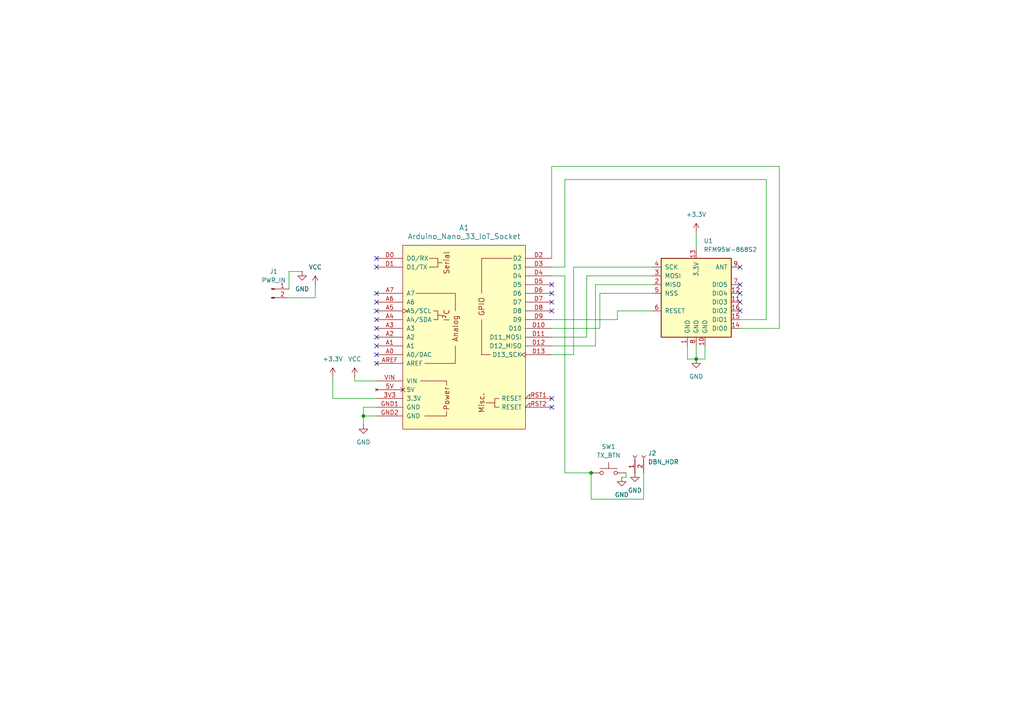
<source format=kicad_sch>
(kicad_sch
	(version 20250114)
	(generator "eeschema")
	(generator_version "9.0")
	(uuid "0bfe7fea-7f68-426f-a6f7-ee68756d5620")
	(paper "A4")
	(title_block
		(title "Interrupt Handlers PCB Schematic Design")
		(date "2025-10-04")
		(rev "1.0")
	)
	(lib_symbols
		(symbol "Connector:Conn_01x02_Pin"
			(pin_names
				(offset 1.016)
				(hide yes)
			)
			(exclude_from_sim no)
			(in_bom yes)
			(on_board yes)
			(property "Reference" "J"
				(at 0 2.54 0)
				(effects
					(font
						(size 1.27 1.27)
					)
				)
			)
			(property "Value" "Conn_01x02_Pin"
				(at 0 -5.08 0)
				(effects
					(font
						(size 1.27 1.27)
					)
				)
			)
			(property "Footprint" ""
				(at 0 0 0)
				(effects
					(font
						(size 1.27 1.27)
					)
					(hide yes)
				)
			)
			(property "Datasheet" "~"
				(at 0 0 0)
				(effects
					(font
						(size 1.27 1.27)
					)
					(hide yes)
				)
			)
			(property "Description" "Generic connector, single row, 01x02, script generated"
				(at 0 0 0)
				(effects
					(font
						(size 1.27 1.27)
					)
					(hide yes)
				)
			)
			(property "ki_locked" ""
				(at 0 0 0)
				(effects
					(font
						(size 1.27 1.27)
					)
				)
			)
			(property "ki_keywords" "connector"
				(at 0 0 0)
				(effects
					(font
						(size 1.27 1.27)
					)
					(hide yes)
				)
			)
			(property "ki_fp_filters" "Connector*:*_1x??_*"
				(at 0 0 0)
				(effects
					(font
						(size 1.27 1.27)
					)
					(hide yes)
				)
			)
			(symbol "Conn_01x02_Pin_1_1"
				(rectangle
					(start 0.8636 0.127)
					(end 0 -0.127)
					(stroke
						(width 0.1524)
						(type default)
					)
					(fill
						(type outline)
					)
				)
				(rectangle
					(start 0.8636 -2.413)
					(end 0 -2.667)
					(stroke
						(width 0.1524)
						(type default)
					)
					(fill
						(type outline)
					)
				)
				(polyline
					(pts
						(xy 1.27 0) (xy 0.8636 0)
					)
					(stroke
						(width 0.1524)
						(type default)
					)
					(fill
						(type none)
					)
				)
				(polyline
					(pts
						(xy 1.27 -2.54) (xy 0.8636 -2.54)
					)
					(stroke
						(width 0.1524)
						(type default)
					)
					(fill
						(type none)
					)
				)
				(pin passive line
					(at 5.08 0 180)
					(length 3.81)
					(name "Pin_1"
						(effects
							(font
								(size 1.27 1.27)
							)
						)
					)
					(number "1"
						(effects
							(font
								(size 1.27 1.27)
							)
						)
					)
				)
				(pin passive line
					(at 5.08 -2.54 180)
					(length 3.81)
					(name "Pin_2"
						(effects
							(font
								(size 1.27 1.27)
							)
						)
					)
					(number "2"
						(effects
							(font
								(size 1.27 1.27)
							)
						)
					)
				)
			)
			(embedded_fonts no)
		)
		(symbol "Connector:Conn_01x02_Socket"
			(pin_names
				(offset 1.016)
				(hide yes)
			)
			(exclude_from_sim no)
			(in_bom yes)
			(on_board yes)
			(property "Reference" "J"
				(at 0 2.54 0)
				(effects
					(font
						(size 1.27 1.27)
					)
				)
			)
			(property "Value" "Conn_01x02_Socket"
				(at 0 -5.08 0)
				(effects
					(font
						(size 1.27 1.27)
					)
				)
			)
			(property "Footprint" ""
				(at 0 0 0)
				(effects
					(font
						(size 1.27 1.27)
					)
					(hide yes)
				)
			)
			(property "Datasheet" "~"
				(at 0 0 0)
				(effects
					(font
						(size 1.27 1.27)
					)
					(hide yes)
				)
			)
			(property "Description" "Generic connector, single row, 01x02, script generated"
				(at 0 0 0)
				(effects
					(font
						(size 1.27 1.27)
					)
					(hide yes)
				)
			)
			(property "ki_locked" ""
				(at 0 0 0)
				(effects
					(font
						(size 1.27 1.27)
					)
				)
			)
			(property "ki_keywords" "connector"
				(at 0 0 0)
				(effects
					(font
						(size 1.27 1.27)
					)
					(hide yes)
				)
			)
			(property "ki_fp_filters" "Connector*:*_1x??_*"
				(at 0 0 0)
				(effects
					(font
						(size 1.27 1.27)
					)
					(hide yes)
				)
			)
			(symbol "Conn_01x02_Socket_1_1"
				(polyline
					(pts
						(xy -1.27 0) (xy -0.508 0)
					)
					(stroke
						(width 0.1524)
						(type default)
					)
					(fill
						(type none)
					)
				)
				(polyline
					(pts
						(xy -1.27 -2.54) (xy -0.508 -2.54)
					)
					(stroke
						(width 0.1524)
						(type default)
					)
					(fill
						(type none)
					)
				)
				(arc
					(start 0 -0.508)
					(mid -0.5058 0)
					(end 0 0.508)
					(stroke
						(width 0.1524)
						(type default)
					)
					(fill
						(type none)
					)
				)
				(arc
					(start 0 -3.048)
					(mid -0.5058 -2.54)
					(end 0 -2.032)
					(stroke
						(width 0.1524)
						(type default)
					)
					(fill
						(type none)
					)
				)
				(pin passive line
					(at -5.08 0 0)
					(length 3.81)
					(name "Pin_1"
						(effects
							(font
								(size 1.27 1.27)
							)
						)
					)
					(number "1"
						(effects
							(font
								(size 1.27 1.27)
							)
						)
					)
				)
				(pin passive line
					(at -5.08 -2.54 0)
					(length 3.81)
					(name "Pin_2"
						(effects
							(font
								(size 1.27 1.27)
							)
						)
					)
					(number "2"
						(effects
							(font
								(size 1.27 1.27)
							)
						)
					)
				)
			)
			(embedded_fonts no)
		)
		(symbol "PCM_arduino-library:Arduino_Nano_33_IoT_Socket"
			(pin_names
				(offset 1.016)
			)
			(exclude_from_sim no)
			(in_bom yes)
			(on_board yes)
			(property "Reference" "A"
				(at 0 33.02 0)
				(effects
					(font
						(size 1.524 1.524)
					)
				)
			)
			(property "Value" "Arduino_Nano_33_IoT_Socket"
				(at 0 29.21 0)
				(effects
					(font
						(size 1.524 1.524)
					)
				)
			)
			(property "Footprint" "PCM_arduino-library:Arduino_Nano_33_IoT_Socket"
				(at 0 -34.29 0)
				(effects
					(font
						(size 1.524 1.524)
					)
					(hide yes)
				)
			)
			(property "Datasheet" "https://docs.arduino.cc/hardware/nano-33-iot"
				(at 0 -30.48 0)
				(effects
					(font
						(size 1.524 1.524)
					)
					(hide yes)
				)
			)
			(property "Description" "Socket for Arduino Nano 33 IoT"
				(at 0 0 0)
				(effects
					(font
						(size 1.27 1.27)
					)
					(hide yes)
				)
			)
			(property "ki_keywords" "Arduino MPU Shield"
				(at 0 0 0)
				(effects
					(font
						(size 1.27 1.27)
					)
					(hide yes)
				)
			)
			(property "ki_fp_filters" "Arduino_Nano_33_IoT_Socket"
				(at 0 0 0)
				(effects
					(font
						(size 1.27 1.27)
					)
					(hide yes)
				)
			)
			(symbol "Arduino_Nano_33_IoT_Socket_0_0"
				(rectangle
					(start -17.78 26.67)
					(end 17.78 -26.67)
					(stroke
						(width 0)
						(type default)
					)
					(fill
						(type background)
					)
				)
				(polyline
					(pts
						(xy -11.43 -22.86) (xy -5.08 -22.86) (xy -5.08 -21.59)
					)
					(stroke
						(width 0)
						(type default)
					)
					(fill
						(type none)
					)
				)
				(polyline
					(pts
						(xy -10.16 22.86) (xy -7.62 22.86) (xy -7.62 20.32) (xy -10.16 20.32)
					)
					(stroke
						(width 0)
						(type default)
					)
					(fill
						(type none)
					)
				)
				(polyline
					(pts
						(xy -8.89 7.62) (xy -7.62 7.62) (xy -7.62 5.08) (xy -8.89 5.08)
					)
					(stroke
						(width 0)
						(type default)
					)
					(fill
						(type none)
					)
				)
				(polyline
					(pts
						(xy -7.62 21.59) (xy -6.35 21.59)
					)
					(stroke
						(width 0)
						(type default)
					)
					(fill
						(type none)
					)
				)
				(polyline
					(pts
						(xy -7.62 6.35) (xy -6.35 6.35)
					)
					(stroke
						(width 0)
						(type default)
					)
					(fill
						(type none)
					)
				)
				(polyline
					(pts
						(xy -5.08 -13.97) (xy -5.08 -12.7) (xy -12.7 -12.7)
					)
					(stroke
						(width 0)
						(type default)
					)
					(fill
						(type none)
					)
				)
				(polyline
					(pts
						(xy 8.89 -19.05) (xy 6.35 -19.05)
					)
					(stroke
						(width 0)
						(type default)
					)
					(fill
						(type none)
					)
				)
				(text "Serial"
					(at -5.08 21.59 900)
					(effects
						(font
							(size 1.524 1.524)
						)
					)
				)
				(text "I²C"
					(at -5.08 6.35 900)
					(effects
						(font
							(size 1.524 1.524)
						)
					)
				)
				(text "Power"
					(at -5.08 -17.78 900)
					(effects
						(font
							(size 1.524 1.524)
						)
					)
				)
				(text "Analog"
					(at -2.54 2.54 900)
					(effects
						(font
							(size 1.524 1.524)
						)
					)
				)
				(text "Misc."
					(at 5.08 -19.05 900)
					(effects
						(font
							(size 1.524 1.524)
						)
					)
				)
			)
			(symbol "Arduino_Nano_33_IoT_Socket_0_1"
				(polyline
					(pts
						(xy -13.97 12.7) (xy -2.54 12.7) (xy -2.54 7.62)
					)
					(stroke
						(width 0)
						(type default)
					)
					(fill
						(type none)
					)
				)
				(polyline
					(pts
						(xy -11.43 -7.62) (xy -2.54 -7.62) (xy -2.54 -2.54)
					)
					(stroke
						(width 0)
						(type default)
					)
					(fill
						(type none)
					)
				)
				(polyline
					(pts
						(xy 7.62 -5.08) (xy 5.08 -5.08) (xy 5.08 5.08)
					)
					(stroke
						(width 0)
						(type default)
					)
					(fill
						(type none)
					)
				)
				(polyline
					(pts
						(xy 10.16 -17.78) (xy 8.89 -17.78) (xy 8.89 -20.32) (xy 10.16 -20.32)
					)
					(stroke
						(width 0)
						(type default)
					)
					(fill
						(type none)
					)
				)
				(polyline
					(pts
						(xy 13.97 22.86) (xy 5.08 22.86) (xy 5.08 12.7)
					)
					(stroke
						(width 0)
						(type default)
					)
					(fill
						(type none)
					)
				)
			)
			(symbol "Arduino_Nano_33_IoT_Socket_1_0"
				(text "GPIO"
					(at 5.08 8.89 900)
					(effects
						(font
							(size 1.524 1.524)
						)
					)
				)
			)
			(symbol "Arduino_Nano_33_IoT_Socket_1_1"
				(pin bidirectional line
					(at -25.4 22.86 0)
					(length 7.62)
					(name "D0/RX"
						(effects
							(font
								(size 1.27 1.27)
							)
						)
					)
					(number "D0"
						(effects
							(font
								(size 1.27 1.27)
							)
						)
					)
				)
				(pin bidirectional line
					(at -25.4 20.32 0)
					(length 7.62)
					(name "D1/TX"
						(effects
							(font
								(size 1.27 1.27)
							)
						)
					)
					(number "D1"
						(effects
							(font
								(size 1.27 1.27)
							)
						)
					)
				)
				(pin input line
					(at -25.4 12.7 0)
					(length 7.62)
					(name "A7"
						(effects
							(font
								(size 1.27 1.27)
							)
						)
					)
					(number "A7"
						(effects
							(font
								(size 1.27 1.27)
							)
						)
					)
				)
				(pin input line
					(at -25.4 10.16 0)
					(length 7.62)
					(name "A6"
						(effects
							(font
								(size 1.27 1.27)
							)
						)
					)
					(number "A6"
						(effects
							(font
								(size 1.27 1.27)
							)
						)
					)
				)
				(pin bidirectional clock
					(at -25.4 7.62 0)
					(length 7.62)
					(name "A5/SCL"
						(effects
							(font
								(size 1.27 1.27)
							)
						)
					)
					(number "A5"
						(effects
							(font
								(size 1.27 1.27)
							)
						)
					)
				)
				(pin bidirectional line
					(at -25.4 5.08 0)
					(length 7.62)
					(name "A4/SDA"
						(effects
							(font
								(size 1.27 1.27)
							)
						)
					)
					(number "A4"
						(effects
							(font
								(size 1.27 1.27)
							)
						)
					)
				)
				(pin bidirectional line
					(at -25.4 2.54 0)
					(length 7.62)
					(name "A3"
						(effects
							(font
								(size 1.27 1.27)
							)
						)
					)
					(number "A3"
						(effects
							(font
								(size 1.27 1.27)
							)
						)
					)
				)
				(pin bidirectional line
					(at -25.4 0 0)
					(length 7.62)
					(name "A2"
						(effects
							(font
								(size 1.27 1.27)
							)
						)
					)
					(number "A2"
						(effects
							(font
								(size 1.27 1.27)
							)
						)
					)
				)
				(pin bidirectional line
					(at -25.4 -2.54 0)
					(length 7.62)
					(name "A1"
						(effects
							(font
								(size 1.27 1.27)
							)
						)
					)
					(number "A1"
						(effects
							(font
								(size 1.27 1.27)
							)
						)
					)
				)
				(pin bidirectional line
					(at -25.4 -5.08 0)
					(length 7.62)
					(name "A0/DAC"
						(effects
							(font
								(size 1.27 1.27)
							)
						)
					)
					(number "A0"
						(effects
							(font
								(size 1.27 1.27)
							)
						)
					)
				)
				(pin input line
					(at -25.4 -7.62 0)
					(length 7.62)
					(name "AREF"
						(effects
							(font
								(size 1.27 1.27)
							)
						)
					)
					(number "AREF"
						(effects
							(font
								(size 1.27 1.27)
							)
						)
					)
				)
				(pin power_in line
					(at -25.4 -12.7 0)
					(length 7.62)
					(name "VIN"
						(effects
							(font
								(size 1.27 1.27)
							)
						)
					)
					(number "VIN"
						(effects
							(font
								(size 1.27 1.27)
							)
						)
					)
				)
				(pin no_connect non_logic
					(at -25.4 -15.24 0)
					(length 7.62)
					(name "5V"
						(effects
							(font
								(size 1.27 1.27)
							)
						)
					)
					(number "5V"
						(effects
							(font
								(size 1.27 1.27)
							)
						)
					)
				)
				(pin power_in line
					(at -25.4 -17.78 0)
					(length 7.62)
					(name "3.3V"
						(effects
							(font
								(size 1.27 1.27)
							)
						)
					)
					(number "3V3"
						(effects
							(font
								(size 1.27 1.27)
							)
						)
					)
				)
				(pin power_in line
					(at -25.4 -20.32 0)
					(length 7.62)
					(name "GND"
						(effects
							(font
								(size 1.27 1.27)
							)
						)
					)
					(number "GND1"
						(effects
							(font
								(size 1.27 1.27)
							)
						)
					)
				)
				(pin power_in line
					(at -25.4 -22.86 0)
					(length 7.62)
					(name "GND"
						(effects
							(font
								(size 1.27 1.27)
							)
						)
					)
					(number "GND2"
						(effects
							(font
								(size 1.27 1.27)
							)
						)
					)
				)
				(pin bidirectional line
					(at 25.4 22.86 180)
					(length 7.62)
					(name "D2"
						(effects
							(font
								(size 1.27 1.27)
							)
						)
					)
					(number "D2"
						(effects
							(font
								(size 1.27 1.27)
							)
						)
					)
				)
				(pin bidirectional line
					(at 25.4 20.32 180)
					(length 7.62)
					(name "D3"
						(effects
							(font
								(size 1.27 1.27)
							)
						)
					)
					(number "D3"
						(effects
							(font
								(size 1.27 1.27)
							)
						)
					)
				)
				(pin bidirectional line
					(at 25.4 17.78 180)
					(length 7.62)
					(name "D4"
						(effects
							(font
								(size 1.27 1.27)
							)
						)
					)
					(number "D4"
						(effects
							(font
								(size 1.27 1.27)
							)
						)
					)
				)
				(pin bidirectional line
					(at 25.4 15.24 180)
					(length 7.62)
					(name "D5"
						(effects
							(font
								(size 1.27 1.27)
							)
						)
					)
					(number "D5"
						(effects
							(font
								(size 1.27 1.27)
							)
						)
					)
				)
				(pin bidirectional line
					(at 25.4 12.7 180)
					(length 7.62)
					(name "D6"
						(effects
							(font
								(size 1.27 1.27)
							)
						)
					)
					(number "D6"
						(effects
							(font
								(size 1.27 1.27)
							)
						)
					)
				)
				(pin bidirectional line
					(at 25.4 10.16 180)
					(length 7.62)
					(name "D7"
						(effects
							(font
								(size 1.27 1.27)
							)
						)
					)
					(number "D7"
						(effects
							(font
								(size 1.27 1.27)
							)
						)
					)
				)
				(pin bidirectional line
					(at 25.4 7.62 180)
					(length 7.62)
					(name "D8"
						(effects
							(font
								(size 1.27 1.27)
							)
						)
					)
					(number "D8"
						(effects
							(font
								(size 1.27 1.27)
							)
						)
					)
				)
				(pin bidirectional line
					(at 25.4 5.08 180)
					(length 7.62)
					(name "D9"
						(effects
							(font
								(size 1.27 1.27)
							)
						)
					)
					(number "D9"
						(effects
							(font
								(size 1.27 1.27)
							)
						)
					)
				)
				(pin bidirectional line
					(at 25.4 2.54 180)
					(length 7.62)
					(name "D10"
						(effects
							(font
								(size 1.27 1.27)
							)
						)
					)
					(number "D10"
						(effects
							(font
								(size 1.27 1.27)
							)
						)
					)
				)
				(pin bidirectional line
					(at 25.4 0 180)
					(length 7.62)
					(name "D11_MOSI"
						(effects
							(font
								(size 1.27 1.27)
							)
						)
					)
					(number "D11"
						(effects
							(font
								(size 1.27 1.27)
							)
						)
					)
				)
				(pin bidirectional line
					(at 25.4 -2.54 180)
					(length 7.62)
					(name "D12_MISO"
						(effects
							(font
								(size 1.27 1.27)
							)
						)
					)
					(number "D12"
						(effects
							(font
								(size 1.27 1.27)
							)
						)
					)
				)
				(pin bidirectional clock
					(at 25.4 -5.08 180)
					(length 7.62)
					(name "D13_SCK"
						(effects
							(font
								(size 1.27 1.27)
							)
						)
					)
					(number "D13"
						(effects
							(font
								(size 1.27 1.27)
							)
						)
					)
				)
				(pin open_collector input_low
					(at 25.4 -17.78 180)
					(length 7.62)
					(name "RESET"
						(effects
							(font
								(size 1.27 1.27)
							)
						)
					)
					(number "RST1"
						(effects
							(font
								(size 1.27 1.27)
							)
						)
					)
				)
				(pin open_collector input_low
					(at 25.4 -20.32 180)
					(length 7.62)
					(name "RESET"
						(effects
							(font
								(size 1.27 1.27)
							)
						)
					)
					(number "RST2"
						(effects
							(font
								(size 1.27 1.27)
							)
						)
					)
				)
			)
			(embedded_fonts no)
		)
		(symbol "RF_Module:RFM95W-868S2"
			(pin_names
				(offset 1.016)
			)
			(exclude_from_sim no)
			(in_bom yes)
			(on_board yes)
			(property "Reference" "U"
				(at -10.414 11.684 0)
				(effects
					(font
						(size 1.27 1.27)
					)
					(justify left)
				)
			)
			(property "Value" "RFM95W-868S2"
				(at 1.524 11.43 0)
				(effects
					(font
						(size 1.27 1.27)
					)
					(justify left)
				)
			)
			(property "Footprint" ""
				(at -83.82 41.91 0)
				(effects
					(font
						(size 1.27 1.27)
					)
					(hide yes)
				)
			)
			(property "Datasheet" "https://www.hoperf.com/data/upload/portal/20181127/5bfcbea20e9ef.pdf"
				(at -83.82 41.91 0)
				(effects
					(font
						(size 1.27 1.27)
					)
					(hide yes)
				)
			)
			(property "Description" "Low power long range transceiver module, SPI and parallel interface, 868 MHz, spreading factor 6 to12, bandwidth 7.8 to 500kHz, -111 to -148 dBm, SMD-16, DIP-16"
				(at 0 0 0)
				(effects
					(font
						(size 1.27 1.27)
					)
					(hide yes)
				)
			)
			(property "ki_keywords" "Low power long range transceiver module"
				(at 0 0 0)
				(effects
					(font
						(size 1.27 1.27)
					)
					(hide yes)
				)
			)
			(property "ki_fp_filters" "HOPERF*RFM9XW*"
				(at 0 0 0)
				(effects
					(font
						(size 1.27 1.27)
					)
					(hide yes)
				)
			)
			(symbol "RFM95W-868S2_0_1"
				(rectangle
					(start -10.16 10.16)
					(end 10.16 -12.7)
					(stroke
						(width 0.254)
						(type default)
					)
					(fill
						(type background)
					)
				)
			)
			(symbol "RFM95W-868S2_1_1"
				(pin input line
					(at -12.7 7.62 0)
					(length 2.54)
					(name "SCK"
						(effects
							(font
								(size 1.27 1.27)
							)
						)
					)
					(number "4"
						(effects
							(font
								(size 1.27 1.27)
							)
						)
					)
				)
				(pin input line
					(at -12.7 5.08 0)
					(length 2.54)
					(name "MOSI"
						(effects
							(font
								(size 1.27 1.27)
							)
						)
					)
					(number "3"
						(effects
							(font
								(size 1.27 1.27)
							)
						)
					)
				)
				(pin output line
					(at -12.7 2.54 0)
					(length 2.54)
					(name "MISO"
						(effects
							(font
								(size 1.27 1.27)
							)
						)
					)
					(number "2"
						(effects
							(font
								(size 1.27 1.27)
							)
						)
					)
				)
				(pin input line
					(at -12.7 0 0)
					(length 2.54)
					(name "NSS"
						(effects
							(font
								(size 1.27 1.27)
							)
						)
					)
					(number "5"
						(effects
							(font
								(size 1.27 1.27)
							)
						)
					)
				)
				(pin bidirectional line
					(at -12.7 -5.08 0)
					(length 2.54)
					(name "RESET"
						(effects
							(font
								(size 1.27 1.27)
							)
						)
					)
					(number "6"
						(effects
							(font
								(size 1.27 1.27)
							)
						)
					)
				)
				(pin power_in line
					(at -2.54 -15.24 90)
					(length 2.54)
					(name "GND"
						(effects
							(font
								(size 1.27 1.27)
							)
						)
					)
					(number "1"
						(effects
							(font
								(size 1.27 1.27)
							)
						)
					)
				)
				(pin power_in line
					(at 0 12.7 270)
					(length 2.54)
					(name "3.3V"
						(effects
							(font
								(size 1.27 1.27)
							)
						)
					)
					(number "13"
						(effects
							(font
								(size 1.27 1.27)
							)
						)
					)
				)
				(pin power_in line
					(at 0 -15.24 90)
					(length 2.54)
					(name "GND"
						(effects
							(font
								(size 1.27 1.27)
							)
						)
					)
					(number "8"
						(effects
							(font
								(size 1.27 1.27)
							)
						)
					)
				)
				(pin power_in line
					(at 2.54 -15.24 90)
					(length 2.54)
					(name "GND"
						(effects
							(font
								(size 1.27 1.27)
							)
						)
					)
					(number "10"
						(effects
							(font
								(size 1.27 1.27)
							)
						)
					)
				)
				(pin bidirectional line
					(at 12.7 7.62 180)
					(length 2.54)
					(name "ANT"
						(effects
							(font
								(size 1.27 1.27)
							)
						)
					)
					(number "9"
						(effects
							(font
								(size 1.27 1.27)
							)
						)
					)
				)
				(pin bidirectional line
					(at 12.7 2.54 180)
					(length 2.54)
					(name "DIO5"
						(effects
							(font
								(size 1.27 1.27)
							)
						)
					)
					(number "7"
						(effects
							(font
								(size 1.27 1.27)
							)
						)
					)
				)
				(pin bidirectional line
					(at 12.7 0 180)
					(length 2.54)
					(name "DIO4"
						(effects
							(font
								(size 1.27 1.27)
							)
						)
					)
					(number "12"
						(effects
							(font
								(size 1.27 1.27)
							)
						)
					)
				)
				(pin bidirectional line
					(at 12.7 -2.54 180)
					(length 2.54)
					(name "DIO3"
						(effects
							(font
								(size 1.27 1.27)
							)
						)
					)
					(number "11"
						(effects
							(font
								(size 1.27 1.27)
							)
						)
					)
				)
				(pin bidirectional line
					(at 12.7 -5.08 180)
					(length 2.54)
					(name "DIO2"
						(effects
							(font
								(size 1.27 1.27)
							)
						)
					)
					(number "16"
						(effects
							(font
								(size 1.27 1.27)
							)
						)
					)
				)
				(pin bidirectional line
					(at 12.7 -7.62 180)
					(length 2.54)
					(name "DIO1"
						(effects
							(font
								(size 1.27 1.27)
							)
						)
					)
					(number "15"
						(effects
							(font
								(size 1.27 1.27)
							)
						)
					)
				)
				(pin bidirectional line
					(at 12.7 -10.16 180)
					(length 2.54)
					(name "DIO0"
						(effects
							(font
								(size 1.27 1.27)
							)
						)
					)
					(number "14"
						(effects
							(font
								(size 1.27 1.27)
							)
						)
					)
				)
			)
			(embedded_fonts no)
		)
		(symbol "Switch:SW_Push"
			(pin_numbers
				(hide yes)
			)
			(pin_names
				(offset 1.016)
				(hide yes)
			)
			(exclude_from_sim no)
			(in_bom yes)
			(on_board yes)
			(property "Reference" "SW"
				(at 1.27 2.54 0)
				(effects
					(font
						(size 1.27 1.27)
					)
					(justify left)
				)
			)
			(property "Value" "SW_Push"
				(at 0 -1.524 0)
				(effects
					(font
						(size 1.27 1.27)
					)
				)
			)
			(property "Footprint" ""
				(at 0 5.08 0)
				(effects
					(font
						(size 1.27 1.27)
					)
					(hide yes)
				)
			)
			(property "Datasheet" "~"
				(at 0 5.08 0)
				(effects
					(font
						(size 1.27 1.27)
					)
					(hide yes)
				)
			)
			(property "Description" "Push button switch, generic, two pins"
				(at 0 0 0)
				(effects
					(font
						(size 1.27 1.27)
					)
					(hide yes)
				)
			)
			(property "ki_keywords" "switch normally-open pushbutton push-button"
				(at 0 0 0)
				(effects
					(font
						(size 1.27 1.27)
					)
					(hide yes)
				)
			)
			(symbol "SW_Push_0_1"
				(circle
					(center -2.032 0)
					(radius 0.508)
					(stroke
						(width 0)
						(type default)
					)
					(fill
						(type none)
					)
				)
				(polyline
					(pts
						(xy 0 1.27) (xy 0 3.048)
					)
					(stroke
						(width 0)
						(type default)
					)
					(fill
						(type none)
					)
				)
				(circle
					(center 2.032 0)
					(radius 0.508)
					(stroke
						(width 0)
						(type default)
					)
					(fill
						(type none)
					)
				)
				(polyline
					(pts
						(xy 2.54 1.27) (xy -2.54 1.27)
					)
					(stroke
						(width 0)
						(type default)
					)
					(fill
						(type none)
					)
				)
				(pin passive line
					(at -5.08 0 0)
					(length 2.54)
					(name "1"
						(effects
							(font
								(size 1.27 1.27)
							)
						)
					)
					(number "1"
						(effects
							(font
								(size 1.27 1.27)
							)
						)
					)
				)
				(pin passive line
					(at 5.08 0 180)
					(length 2.54)
					(name "2"
						(effects
							(font
								(size 1.27 1.27)
							)
						)
					)
					(number "2"
						(effects
							(font
								(size 1.27 1.27)
							)
						)
					)
				)
			)
			(embedded_fonts no)
		)
		(symbol "power:+3.3V"
			(power)
			(pin_numbers
				(hide yes)
			)
			(pin_names
				(offset 0)
				(hide yes)
			)
			(exclude_from_sim no)
			(in_bom yes)
			(on_board yes)
			(property "Reference" "#PWR"
				(at 0 -3.81 0)
				(effects
					(font
						(size 1.27 1.27)
					)
					(hide yes)
				)
			)
			(property "Value" "+3.3V"
				(at 0 3.556 0)
				(effects
					(font
						(size 1.27 1.27)
					)
				)
			)
			(property "Footprint" ""
				(at 0 0 0)
				(effects
					(font
						(size 1.27 1.27)
					)
					(hide yes)
				)
			)
			(property "Datasheet" ""
				(at 0 0 0)
				(effects
					(font
						(size 1.27 1.27)
					)
					(hide yes)
				)
			)
			(property "Description" "Power symbol creates a global label with name \"+3.3V\""
				(at 0 0 0)
				(effects
					(font
						(size 1.27 1.27)
					)
					(hide yes)
				)
			)
			(property "ki_keywords" "global power"
				(at 0 0 0)
				(effects
					(font
						(size 1.27 1.27)
					)
					(hide yes)
				)
			)
			(symbol "+3.3V_0_1"
				(polyline
					(pts
						(xy -0.762 1.27) (xy 0 2.54)
					)
					(stroke
						(width 0)
						(type default)
					)
					(fill
						(type none)
					)
				)
				(polyline
					(pts
						(xy 0 2.54) (xy 0.762 1.27)
					)
					(stroke
						(width 0)
						(type default)
					)
					(fill
						(type none)
					)
				)
				(polyline
					(pts
						(xy 0 0) (xy 0 2.54)
					)
					(stroke
						(width 0)
						(type default)
					)
					(fill
						(type none)
					)
				)
			)
			(symbol "+3.3V_1_1"
				(pin power_in line
					(at 0 0 90)
					(length 0)
					(name "~"
						(effects
							(font
								(size 1.27 1.27)
							)
						)
					)
					(number "1"
						(effects
							(font
								(size 1.27 1.27)
							)
						)
					)
				)
			)
			(embedded_fonts no)
		)
		(symbol "power:GND"
			(power)
			(pin_numbers
				(hide yes)
			)
			(pin_names
				(offset 0)
				(hide yes)
			)
			(exclude_from_sim no)
			(in_bom yes)
			(on_board yes)
			(property "Reference" "#PWR"
				(at 0 -6.35 0)
				(effects
					(font
						(size 1.27 1.27)
					)
					(hide yes)
				)
			)
			(property "Value" "GND"
				(at 0 -3.81 0)
				(effects
					(font
						(size 1.27 1.27)
					)
				)
			)
			(property "Footprint" ""
				(at 0 0 0)
				(effects
					(font
						(size 1.27 1.27)
					)
					(hide yes)
				)
			)
			(property "Datasheet" ""
				(at 0 0 0)
				(effects
					(font
						(size 1.27 1.27)
					)
					(hide yes)
				)
			)
			(property "Description" "Power symbol creates a global label with name \"GND\" , ground"
				(at 0 0 0)
				(effects
					(font
						(size 1.27 1.27)
					)
					(hide yes)
				)
			)
			(property "ki_keywords" "global power"
				(at 0 0 0)
				(effects
					(font
						(size 1.27 1.27)
					)
					(hide yes)
				)
			)
			(symbol "GND_0_1"
				(polyline
					(pts
						(xy 0 0) (xy 0 -1.27) (xy 1.27 -1.27) (xy 0 -2.54) (xy -1.27 -1.27) (xy 0 -1.27)
					)
					(stroke
						(width 0)
						(type default)
					)
					(fill
						(type none)
					)
				)
			)
			(symbol "GND_1_1"
				(pin power_in line
					(at 0 0 270)
					(length 0)
					(name "~"
						(effects
							(font
								(size 1.27 1.27)
							)
						)
					)
					(number "1"
						(effects
							(font
								(size 1.27 1.27)
							)
						)
					)
				)
			)
			(embedded_fonts no)
		)
		(symbol "power:VCC"
			(power)
			(pin_numbers
				(hide yes)
			)
			(pin_names
				(offset 0)
				(hide yes)
			)
			(exclude_from_sim no)
			(in_bom yes)
			(on_board yes)
			(property "Reference" "#PWR"
				(at 0 -3.81 0)
				(effects
					(font
						(size 1.27 1.27)
					)
					(hide yes)
				)
			)
			(property "Value" "VCC"
				(at 0 3.556 0)
				(effects
					(font
						(size 1.27 1.27)
					)
				)
			)
			(property "Footprint" ""
				(at 0 0 0)
				(effects
					(font
						(size 1.27 1.27)
					)
					(hide yes)
				)
			)
			(property "Datasheet" ""
				(at 0 0 0)
				(effects
					(font
						(size 1.27 1.27)
					)
					(hide yes)
				)
			)
			(property "Description" "Power symbol creates a global label with name \"VCC\""
				(at 0 0 0)
				(effects
					(font
						(size 1.27 1.27)
					)
					(hide yes)
				)
			)
			(property "ki_keywords" "global power"
				(at 0 0 0)
				(effects
					(font
						(size 1.27 1.27)
					)
					(hide yes)
				)
			)
			(symbol "VCC_0_1"
				(polyline
					(pts
						(xy -0.762 1.27) (xy 0 2.54)
					)
					(stroke
						(width 0)
						(type default)
					)
					(fill
						(type none)
					)
				)
				(polyline
					(pts
						(xy 0 2.54) (xy 0.762 1.27)
					)
					(stroke
						(width 0)
						(type default)
					)
					(fill
						(type none)
					)
				)
				(polyline
					(pts
						(xy 0 0) (xy 0 2.54)
					)
					(stroke
						(width 0)
						(type default)
					)
					(fill
						(type none)
					)
				)
			)
			(symbol "VCC_1_1"
				(pin power_in line
					(at 0 0 90)
					(length 0)
					(name "~"
						(effects
							(font
								(size 1.27 1.27)
							)
						)
					)
					(number "1"
						(effects
							(font
								(size 1.27 1.27)
							)
						)
					)
				)
			)
			(embedded_fonts no)
		)
	)
	(junction
		(at 105.41 120.65)
		(diameter 0)
		(color 0 0 0 0)
		(uuid "2f6fafcc-d8b6-4393-a67c-66566734cb23")
	)
	(junction
		(at 201.93 104.14)
		(diameter 0)
		(color 0 0 0 0)
		(uuid "7728681c-f149-4d38-9f58-b52a2e0e6e35")
	)
	(junction
		(at 171.45 137.16)
		(diameter 0)
		(color 0 0 0 0)
		(uuid "8b9fcc48-f6ec-42b5-ba85-01a8b9c2da90")
	)
	(no_connect
		(at 214.63 77.47)
		(uuid "111633a1-6ca5-4679-9a57-5992fbc56ddc")
	)
	(no_connect
		(at 214.63 90.17)
		(uuid "22ed486b-2bc5-4edb-bb1c-28f19a2fce91")
	)
	(no_connect
		(at 109.22 97.79)
		(uuid "57f68380-1d61-49c0-af63-fbdc103053b2")
	)
	(no_connect
		(at 109.22 87.63)
		(uuid "5b90fe31-1692-4c73-857b-a96a624aafe6")
	)
	(no_connect
		(at 109.22 92.71)
		(uuid "657f67fb-835e-4f7e-89c1-6974195a9fb5")
	)
	(no_connect
		(at 160.02 87.63)
		(uuid "710f1772-cbfb-4a02-9ced-57043faf6ab2")
	)
	(no_connect
		(at 160.02 115.57)
		(uuid "7587a870-6eb5-4933-80ab-ee89c678470e")
	)
	(no_connect
		(at 214.63 87.63)
		(uuid "800dce1e-d5da-49af-b0c3-ca445f3ef4ad")
	)
	(no_connect
		(at 109.22 102.87)
		(uuid "8129edd5-9e50-4973-9ed1-073a1e5a9f45")
	)
	(no_connect
		(at 109.22 105.41)
		(uuid "874d717c-c9e6-43a6-a941-259ce93e5cc1")
	)
	(no_connect
		(at 109.22 74.93)
		(uuid "892450ea-7864-46a9-b35d-49f6414f2799")
	)
	(no_connect
		(at 160.02 82.55)
		(uuid "89b2822d-f28d-447a-a4e3-d6d0614e09b1")
	)
	(no_connect
		(at 160.02 90.17)
		(uuid "8a437da5-1593-478d-b1b5-2be039a7743c")
	)
	(no_connect
		(at 214.63 82.55)
		(uuid "97b62435-2532-46ac-a7e3-73a20565cf4b")
	)
	(no_connect
		(at 109.22 90.17)
		(uuid "a8aeea3f-6078-49bb-a1da-d00926e6c92f")
	)
	(no_connect
		(at 109.22 85.09)
		(uuid "aad7e0d5-708a-425e-bf0c-6ecd3a389cb1")
	)
	(no_connect
		(at 160.02 118.11)
		(uuid "b18661b8-27c9-4af4-a742-81e4767fea0e")
	)
	(no_connect
		(at 109.22 77.47)
		(uuid "b808f275-059e-42af-8f87-ba04c62b68b4")
	)
	(no_connect
		(at 109.22 100.33)
		(uuid "bb0ef3b5-e46c-412b-ba8b-c265cedc4bee")
	)
	(no_connect
		(at 109.22 95.25)
		(uuid "c34fbedd-fde6-4750-b96d-f4667e776fae")
	)
	(no_connect
		(at 214.63 85.09)
		(uuid "dabead5c-425e-4107-8c16-eb649c793b16")
	)
	(no_connect
		(at 160.02 85.09)
		(uuid "e1d9126a-58b2-4ef0-9257-6055d19a6ecb")
	)
	(wire
		(pts
			(xy 109.22 115.57) (xy 96.52 115.57)
		)
		(stroke
			(width 0)
			(type default)
		)
		(uuid "0062e168-d776-4766-9bdc-d606853bf891")
	)
	(wire
		(pts
			(xy 226.06 48.26) (xy 226.06 95.25)
		)
		(stroke
			(width 0)
			(type default)
		)
		(uuid "04decdaa-52f6-4f2a-b113-588c92f8da19")
	)
	(wire
		(pts
			(xy 186.69 137.16) (xy 186.69 144.78)
		)
		(stroke
			(width 0)
			(type default)
		)
		(uuid "0a863ffb-f093-4e09-b131-d28429825502")
	)
	(wire
		(pts
			(xy 163.83 137.16) (xy 171.45 137.16)
		)
		(stroke
			(width 0)
			(type default)
		)
		(uuid "105a899a-8da4-4b9f-bd1e-0f68ca3c6139")
	)
	(wire
		(pts
			(xy 96.52 109.22) (xy 96.52 115.57)
		)
		(stroke
			(width 0)
			(type default)
		)
		(uuid "1085ecf5-7f42-4b31-8c2e-1a6da2aebd31")
	)
	(wire
		(pts
			(xy 102.87 109.22) (xy 102.87 110.49)
		)
		(stroke
			(width 0)
			(type default)
		)
		(uuid "14669171-afde-465b-9186-f2b100b0c2f0")
	)
	(wire
		(pts
			(xy 160.02 100.33) (xy 172.72 100.33)
		)
		(stroke
			(width 0)
			(type default)
		)
		(uuid "162f1c75-6308-4dab-a031-1f07ba10c1da")
	)
	(wire
		(pts
			(xy 172.72 100.33) (xy 172.72 82.55)
		)
		(stroke
			(width 0)
			(type default)
		)
		(uuid "1be34ded-ce45-45cd-b533-65b06f7bb3e3")
	)
	(wire
		(pts
			(xy 173.99 95.25) (xy 173.99 85.09)
		)
		(stroke
			(width 0)
			(type default)
		)
		(uuid "22c4d0de-cd6d-4a39-8bdf-a634d9c6f4cd")
	)
	(wire
		(pts
			(xy 199.39 104.14) (xy 201.93 104.14)
		)
		(stroke
			(width 0)
			(type default)
		)
		(uuid "29bb0011-012c-4e69-9c7d-5c82fb6aef8d")
	)
	(wire
		(pts
			(xy 179.07 92.71) (xy 179.07 90.17)
		)
		(stroke
			(width 0)
			(type default)
		)
		(uuid "2b6c2b54-0d91-4a88-b395-0193f06d1ef5")
	)
	(wire
		(pts
			(xy 171.45 144.78) (xy 171.45 137.16)
		)
		(stroke
			(width 0)
			(type default)
		)
		(uuid "3117a3fe-6806-42c2-b122-9b2a63d0cec9")
	)
	(wire
		(pts
			(xy 160.02 74.93) (xy 160.02 48.26)
		)
		(stroke
			(width 0)
			(type default)
		)
		(uuid "41fd8db1-171a-4b70-91da-edcdd1ec032a")
	)
	(wire
		(pts
			(xy 201.93 67.31) (xy 201.93 72.39)
		)
		(stroke
			(width 0)
			(type default)
		)
		(uuid "44c53bcf-ed3e-4178-bf5b-67528a7371af")
	)
	(wire
		(pts
			(xy 170.18 80.01) (xy 189.23 80.01)
		)
		(stroke
			(width 0)
			(type default)
		)
		(uuid "44f7b987-5dd9-43fc-b785-18451ba36360")
	)
	(wire
		(pts
			(xy 160.02 80.01) (xy 163.83 80.01)
		)
		(stroke
			(width 0)
			(type default)
		)
		(uuid "49a0a726-f95a-46ee-b92c-f65c24b83a3e")
	)
	(wire
		(pts
			(xy 166.37 77.47) (xy 189.23 77.47)
		)
		(stroke
			(width 0)
			(type default)
		)
		(uuid "4cbd909d-6dc2-4a24-a935-302d3786daf9")
	)
	(wire
		(pts
			(xy 160.02 102.87) (xy 166.37 102.87)
		)
		(stroke
			(width 0)
			(type default)
		)
		(uuid "522a8afc-28ca-416b-b94c-f3dcf6cc2f0b")
	)
	(wire
		(pts
			(xy 83.82 78.74) (xy 83.82 83.82)
		)
		(stroke
			(width 0)
			(type default)
		)
		(uuid "5b0f1f19-3b5e-469b-aafb-dee0f13bee56")
	)
	(wire
		(pts
			(xy 172.72 82.55) (xy 189.23 82.55)
		)
		(stroke
			(width 0)
			(type default)
		)
		(uuid "66a21dfe-8d84-462d-a07b-b7d36e91e483")
	)
	(wire
		(pts
			(xy 222.25 52.07) (xy 222.25 92.71)
		)
		(stroke
			(width 0)
			(type default)
		)
		(uuid "66fde395-8f85-49af-aba6-3a527dd306eb")
	)
	(wire
		(pts
			(xy 179.07 90.17) (xy 189.23 90.17)
		)
		(stroke
			(width 0)
			(type default)
		)
		(uuid "7a6e2ca9-b592-4324-b1e2-c139f2b6bd59")
	)
	(wire
		(pts
			(xy 214.63 92.71) (xy 222.25 92.71)
		)
		(stroke
			(width 0)
			(type default)
		)
		(uuid "8812622d-4003-435c-ae8a-656dc66769cc")
	)
	(wire
		(pts
			(xy 105.41 118.11) (xy 109.22 118.11)
		)
		(stroke
			(width 0)
			(type default)
		)
		(uuid "8846c768-397c-49f6-9c01-5f5989d85d41")
	)
	(wire
		(pts
			(xy 163.83 77.47) (xy 163.83 52.07)
		)
		(stroke
			(width 0)
			(type default)
		)
		(uuid "8e4707f9-a416-45f8-90d9-9e15732629bc")
	)
	(wire
		(pts
			(xy 102.87 110.49) (xy 109.22 110.49)
		)
		(stroke
			(width 0)
			(type default)
		)
		(uuid "8edb1a00-21cc-4380-9c32-c4b0ea15bf79")
	)
	(wire
		(pts
			(xy 105.41 120.65) (xy 109.22 120.65)
		)
		(stroke
			(width 0)
			(type default)
		)
		(uuid "96f4c070-c7c2-4d7a-b35c-289a9df61d16")
	)
	(wire
		(pts
			(xy 160.02 92.71) (xy 179.07 92.71)
		)
		(stroke
			(width 0)
			(type default)
		)
		(uuid "9cf249e7-0da0-48b8-8184-310afd99c672")
	)
	(wire
		(pts
			(xy 170.18 97.79) (xy 170.18 80.01)
		)
		(stroke
			(width 0)
			(type default)
		)
		(uuid "a47d9bc7-581d-47cf-8fd7-7879d9b71793")
	)
	(wire
		(pts
			(xy 105.41 120.65) (xy 105.41 118.11)
		)
		(stroke
			(width 0)
			(type default)
		)
		(uuid "a7f5a7d9-fcf2-4b5d-9baf-09bec9f375aa")
	)
	(wire
		(pts
			(xy 166.37 102.87) (xy 166.37 77.47)
		)
		(stroke
			(width 0)
			(type default)
		)
		(uuid "aef45eb1-f4f4-483e-aa76-873c00ec4df6")
	)
	(wire
		(pts
			(xy 160.02 77.47) (xy 163.83 77.47)
		)
		(stroke
			(width 0)
			(type default)
		)
		(uuid "b0184787-5246-41a9-a3b4-18c2cdbbab05")
	)
	(wire
		(pts
			(xy 204.47 104.14) (xy 201.93 104.14)
		)
		(stroke
			(width 0)
			(type default)
		)
		(uuid "b3212a63-465e-4155-a1d6-04f3bbe72c97")
	)
	(wire
		(pts
			(xy 214.63 95.25) (xy 226.06 95.25)
		)
		(stroke
			(width 0)
			(type default)
		)
		(uuid "b6512a07-1dc6-4c14-9ff3-58cc7f1b60bb")
	)
	(wire
		(pts
			(xy 204.47 100.33) (xy 204.47 104.14)
		)
		(stroke
			(width 0)
			(type default)
		)
		(uuid "b93a129b-dbee-4255-9192-41b51ee2f919")
	)
	(wire
		(pts
			(xy 171.45 144.78) (xy 186.69 144.78)
		)
		(stroke
			(width 0)
			(type default)
		)
		(uuid "bcf67f86-6178-4a17-b689-a494f20cc161")
	)
	(wire
		(pts
			(xy 173.99 85.09) (xy 189.23 85.09)
		)
		(stroke
			(width 0)
			(type default)
		)
		(uuid "bde9df9b-462c-442c-ba10-12be9ac35746")
	)
	(wire
		(pts
			(xy 160.02 97.79) (xy 170.18 97.79)
		)
		(stroke
			(width 0)
			(type default)
		)
		(uuid "bffc00cf-82fd-4ddb-8024-d1ca0d07b671")
	)
	(wire
		(pts
			(xy 87.63 78.74) (xy 83.82 78.74)
		)
		(stroke
			(width 0)
			(type default)
		)
		(uuid "c2b2ca6d-8e04-4417-9d01-2e600b70cb3b")
	)
	(wire
		(pts
			(xy 160.02 48.26) (xy 226.06 48.26)
		)
		(stroke
			(width 0)
			(type default)
		)
		(uuid "c3a44cd6-3ba9-4b15-a18a-d411b2224e19")
	)
	(wire
		(pts
			(xy 160.02 95.25) (xy 173.99 95.25)
		)
		(stroke
			(width 0)
			(type default)
		)
		(uuid "d2d457a6-7375-4cf6-940b-3016c3bb9d47")
	)
	(wire
		(pts
			(xy 105.41 123.19) (xy 105.41 120.65)
		)
		(stroke
			(width 0)
			(type default)
		)
		(uuid "e3b8ef44-7bb6-47cf-86da-37c99929097f")
	)
	(wire
		(pts
			(xy 180.34 138.43) (xy 181.61 138.43)
		)
		(stroke
			(width 0)
			(type default)
		)
		(uuid "e57e65f2-e82e-4037-a718-3fa64b8dad1d")
	)
	(wire
		(pts
			(xy 91.44 82.55) (xy 91.44 86.36)
		)
		(stroke
			(width 0)
			(type default)
		)
		(uuid "e70dd6ea-f4dd-45d9-bf55-36eb15011b99")
	)
	(wire
		(pts
			(xy 163.83 80.01) (xy 163.83 137.16)
		)
		(stroke
			(width 0)
			(type default)
		)
		(uuid "ec9c0965-4957-4b69-a3e6-d248c3e50f7f")
	)
	(wire
		(pts
			(xy 199.39 100.33) (xy 199.39 104.14)
		)
		(stroke
			(width 0)
			(type default)
		)
		(uuid "f5cdaa05-5fff-4b89-9575-4fe375cb51a9")
	)
	(wire
		(pts
			(xy 83.82 86.36) (xy 91.44 86.36)
		)
		(stroke
			(width 0)
			(type default)
		)
		(uuid "f90f2705-0d94-4d27-a00f-ebddc69a02cb")
	)
	(wire
		(pts
			(xy 201.93 100.33) (xy 201.93 104.14)
		)
		(stroke
			(width 0)
			(type default)
		)
		(uuid "fb6f8d10-0c1e-4268-959f-956e88dbf6e2")
	)
	(wire
		(pts
			(xy 163.83 52.07) (xy 222.25 52.07)
		)
		(stroke
			(width 0)
			(type default)
		)
		(uuid "fc445f76-24eb-425e-bc4c-b241df72a344")
	)
	(wire
		(pts
			(xy 181.61 138.43) (xy 181.61 137.16)
		)
		(stroke
			(width 0)
			(type default)
		)
		(uuid "fd8a0e7a-3079-41e3-96ee-7f298f81f9f4")
	)
	(symbol
		(lib_id "power:GND")
		(at 184.15 137.16 0)
		(unit 1)
		(exclude_from_sim no)
		(in_bom yes)
		(on_board yes)
		(dnp no)
		(fields_autoplaced yes)
		(uuid "00bf6291-a92a-4c47-9dbe-a66d7696f17c")
		(property "Reference" "#PWR01"
			(at 184.15 143.51 0)
			(effects
				(font
					(size 1.27 1.27)
				)
				(hide yes)
			)
		)
		(property "Value" "GND"
			(at 184.15 142.24 0)
			(effects
				(font
					(size 1.27 1.27)
				)
			)
		)
		(property "Footprint" ""
			(at 184.15 137.16 0)
			(effects
				(font
					(size 1.27 1.27)
				)
				(hide yes)
			)
		)
		(property "Datasheet" ""
			(at 184.15 137.16 0)
			(effects
				(font
					(size 1.27 1.27)
				)
				(hide yes)
			)
		)
		(property "Description" "Power symbol creates a global label with name \"GND\" , ground"
			(at 184.15 137.16 0)
			(effects
				(font
					(size 1.27 1.27)
				)
				(hide yes)
			)
		)
		(pin "1"
			(uuid "a610b48e-8739-4432-99d2-d6c7969b9ef6")
		)
		(instances
			(project "Transmitter PCB"
				(path "/0bfe7fea-7f68-426f-a6f7-ee68756d5620"
					(reference "#PWR01")
					(unit 1)
				)
			)
		)
	)
	(symbol
		(lib_id "Connector:Conn_01x02_Pin")
		(at 78.74 83.82 0)
		(unit 1)
		(exclude_from_sim no)
		(in_bom yes)
		(on_board yes)
		(dnp no)
		(fields_autoplaced yes)
		(uuid "0dfbcfa8-55d6-4ae2-8d45-1f077ffa2670")
		(property "Reference" "J1"
			(at 79.375 78.74 0)
			(effects
				(font
					(size 1.27 1.27)
				)
			)
		)
		(property "Value" "PWR_IN"
			(at 79.375 81.28 0)
			(effects
				(font
					(size 1.27 1.27)
				)
			)
		)
		(property "Footprint" "Connector_PinHeader_2.00mm:PinHeader_1x02_P2.00mm_Vertical"
			(at 79.375 81.28 0)
			(effects
				(font
					(size 1.27 1.27)
				)
				(hide yes)
			)
		)
		(property "Datasheet" "~"
			(at 78.74 83.82 0)
			(effects
				(font
					(size 1.27 1.27)
				)
				(hide yes)
			)
		)
		(property "Description" "Generic connector, single row, 01x02, script generated"
			(at 78.74 83.82 0)
			(effects
				(font
					(size 1.27 1.27)
				)
				(hide yes)
			)
		)
		(pin "1"
			(uuid "9bc347aa-5cff-40e2-b2e9-e46aca617332")
		)
		(pin "2"
			(uuid "152178c1-3cd7-468f-84bb-4cd77332cb68")
		)
		(instances
			(project ""
				(path "/0bfe7fea-7f68-426f-a6f7-ee68756d5620"
					(reference "J1")
					(unit 1)
				)
			)
		)
	)
	(symbol
		(lib_id "power:GND")
		(at 180.34 138.43 0)
		(unit 1)
		(exclude_from_sim no)
		(in_bom yes)
		(on_board yes)
		(dnp no)
		(fields_autoplaced yes)
		(uuid "2030ec33-8b0f-4225-b505-54538f25da0a")
		(property "Reference" "#PWR09"
			(at 180.34 144.78 0)
			(effects
				(font
					(size 1.27 1.27)
				)
				(hide yes)
			)
		)
		(property "Value" "GND"
			(at 180.34 143.51 0)
			(effects
				(font
					(size 1.27 1.27)
				)
			)
		)
		(property "Footprint" ""
			(at 180.34 138.43 0)
			(effects
				(font
					(size 1.27 1.27)
				)
				(hide yes)
			)
		)
		(property "Datasheet" ""
			(at 180.34 138.43 0)
			(effects
				(font
					(size 1.27 1.27)
				)
				(hide yes)
			)
		)
		(property "Description" "Power symbol creates a global label with name \"GND\" , ground"
			(at 180.34 138.43 0)
			(effects
				(font
					(size 1.27 1.27)
				)
				(hide yes)
			)
		)
		(pin "1"
			(uuid "e51dfad3-f4e7-4198-8c16-3f23dca1ed65")
		)
		(instances
			(project "Transmitter PCB"
				(path "/0bfe7fea-7f68-426f-a6f7-ee68756d5620"
					(reference "#PWR09")
					(unit 1)
				)
			)
		)
	)
	(symbol
		(lib_id "PCM_arduino-library:Arduino_Nano_33_IoT_Socket")
		(at 134.62 97.79 0)
		(unit 1)
		(exclude_from_sim no)
		(in_bom yes)
		(on_board yes)
		(dnp no)
		(fields_autoplaced yes)
		(uuid "367da008-30d6-4fd9-8b5c-9afe5810c606")
		(property "Reference" "A1"
			(at 134.62 66.04 0)
			(effects
				(font
					(size 1.524 1.524)
				)
			)
		)
		(property "Value" "Arduino_Nano_33_IoT_Socket"
			(at 134.62 68.58 0)
			(effects
				(font
					(size 1.524 1.524)
				)
			)
		)
		(property "Footprint" "PCM_arduino-library:Arduino_Nano_33_IoT_Socket"
			(at 134.62 132.08 0)
			(effects
				(font
					(size 1.524 1.524)
				)
				(hide yes)
			)
		)
		(property "Datasheet" "https://docs.arduino.cc/hardware/nano-33-iot"
			(at 134.62 128.27 0)
			(effects
				(font
					(size 1.524 1.524)
				)
				(hide yes)
			)
		)
		(property "Description" "Socket for Arduino Nano 33 IoT"
			(at 134.62 97.79 0)
			(effects
				(font
					(size 1.27 1.27)
				)
				(hide yes)
			)
		)
		(pin "A5"
			(uuid "8d00c291-75b6-4fda-9137-b91943a32fad")
		)
		(pin "GND2"
			(uuid "c99b1a07-5b39-4cfd-bf5a-bcf80139ecf5")
		)
		(pin "D8"
			(uuid "eb5f3c08-b1bb-48ad-89be-f7e7cb4c7598")
		)
		(pin "D12"
			(uuid "f65cedd2-5465-4725-836e-ce1db9ffd1bb")
		)
		(pin "RST1"
			(uuid "aeedb875-5ae6-4868-b019-18bf6c3cef47")
		)
		(pin "A0"
			(uuid "92eb64d1-c784-4c4f-8536-d2a6957bf23a")
		)
		(pin "A1"
			(uuid "6f0fe1c7-6a3b-4502-84cf-09f13e47cd84")
		)
		(pin "5V"
			(uuid "bfbece83-399b-46e2-a978-6eac845415c2")
		)
		(pin "GND1"
			(uuid "a563d644-1702-4bc4-9b54-c4ef17a94108")
		)
		(pin "D0"
			(uuid "20bdacd2-28d0-4ecd-a447-07a205b781a8")
		)
		(pin "D1"
			(uuid "7cc6cbd1-20dc-4e42-8922-d9784e6a9650")
		)
		(pin "A4"
			(uuid "9d1d50b5-2ac8-4d77-af9c-33078cd48b69")
		)
		(pin "D3"
			(uuid "a31b72b5-d193-46da-81f5-edeb6f11b1f6")
		)
		(pin "D9"
			(uuid "f5678346-4d46-420d-a2e3-460f34166f82")
		)
		(pin "A6"
			(uuid "51a6c529-4437-4cc4-b682-107842a43ef6")
		)
		(pin "VIN"
			(uuid "33c1977a-2bcd-4525-a110-bad80b6559ef")
		)
		(pin "D2"
			(uuid "ce9d5382-edf9-4974-b551-b1ed02ba70ee")
		)
		(pin "3V3"
			(uuid "8266a877-ebf5-4eec-bc24-b9ed0de9fcc1")
		)
		(pin "D4"
			(uuid "b43a09d5-80cb-46e4-bf79-75dbe9d9af37")
		)
		(pin "D6"
			(uuid "824bab4b-4936-45b7-bf8e-886dc609b43f")
		)
		(pin "A7"
			(uuid "0938e526-6f05-44df-849a-a4062b74927d")
		)
		(pin "AREF"
			(uuid "07c834c8-b8b1-4d50-b9c7-34951e9cc5ac")
		)
		(pin "D7"
			(uuid "15e180d2-b993-4056-8dbe-63a3b3d7b130")
		)
		(pin "D10"
			(uuid "62716113-fa80-48ed-8bd8-19be74c9369d")
		)
		(pin "A3"
			(uuid "4f1dcbc5-4c8f-42e2-9de2-32a8f012780c")
		)
		(pin "A2"
			(uuid "1f11a440-ac1d-464d-8b54-d6fdb3098ccc")
		)
		(pin "D5"
			(uuid "4c7218d8-92dc-4377-bbbb-f18fe79ef3ff")
		)
		(pin "D11"
			(uuid "5b474bed-bf78-43d7-a8a9-f2a2bd416515")
		)
		(pin "D13"
			(uuid "34efbfd5-c9d0-4522-b1f1-ef230ea27697")
		)
		(pin "RST2"
			(uuid "cafd467a-b54c-40f3-ac45-81241f8a8b56")
		)
		(instances
			(project ""
				(path "/0bfe7fea-7f68-426f-a6f7-ee68756d5620"
					(reference "A1")
					(unit 1)
				)
			)
		)
	)
	(symbol
		(lib_id "power:GND")
		(at 87.63 78.74 0)
		(unit 1)
		(exclude_from_sim no)
		(in_bom yes)
		(on_board yes)
		(dnp no)
		(fields_autoplaced yes)
		(uuid "466f4756-1705-4f63-a288-c494c9ee03f5")
		(property "Reference" "#PWR02"
			(at 87.63 85.09 0)
			(effects
				(font
					(size 1.27 1.27)
				)
				(hide yes)
			)
		)
		(property "Value" "GND"
			(at 87.63 83.82 0)
			(effects
				(font
					(size 1.27 1.27)
				)
			)
		)
		(property "Footprint" ""
			(at 87.63 78.74 0)
			(effects
				(font
					(size 1.27 1.27)
				)
				(hide yes)
			)
		)
		(property "Datasheet" ""
			(at 87.63 78.74 0)
			(effects
				(font
					(size 1.27 1.27)
				)
				(hide yes)
			)
		)
		(property "Description" "Power symbol creates a global label with name \"GND\" , ground"
			(at 87.63 78.74 0)
			(effects
				(font
					(size 1.27 1.27)
				)
				(hide yes)
			)
		)
		(pin "1"
			(uuid "bb621850-48c4-4be3-bf1c-473aaf8ccb2d")
		)
		(instances
			(project ""
				(path "/0bfe7fea-7f68-426f-a6f7-ee68756d5620"
					(reference "#PWR02")
					(unit 1)
				)
			)
		)
	)
	(symbol
		(lib_id "Switch:SW_Push")
		(at 176.53 137.16 0)
		(unit 1)
		(exclude_from_sim no)
		(in_bom yes)
		(on_board yes)
		(dnp no)
		(fields_autoplaced yes)
		(uuid "5ec5b3b4-30b1-490e-b949-95a53277a967")
		(property "Reference" "SW1"
			(at 176.53 129.54 0)
			(effects
				(font
					(size 1.27 1.27)
				)
			)
		)
		(property "Value" "TX_BTN"
			(at 176.53 132.08 0)
			(effects
				(font
					(size 1.27 1.27)
				)
			)
		)
		(property "Footprint" "Button_Switch_SMD:SW_SPST_PTS645Sx43SMTR92"
			(at 176.53 132.08 0)
			(effects
				(font
					(size 1.27 1.27)
				)
				(hide yes)
			)
		)
		(property "Datasheet" "~"
			(at 176.53 132.08 0)
			(effects
				(font
					(size 1.27 1.27)
				)
				(hide yes)
			)
		)
		(property "Description" "Push button switch, generic, two pins"
			(at 176.53 137.16 0)
			(effects
				(font
					(size 1.27 1.27)
				)
				(hide yes)
			)
		)
		(pin "2"
			(uuid "5ba216d4-3430-4f3b-b64e-8594ed4eaa42")
		)
		(pin "1"
			(uuid "15c1363b-ca10-4249-9f9e-b4c9391b9e1a")
		)
		(instances
			(project ""
				(path "/0bfe7fea-7f68-426f-a6f7-ee68756d5620"
					(reference "SW1")
					(unit 1)
				)
			)
		)
	)
	(symbol
		(lib_id "power:GND")
		(at 105.41 123.19 0)
		(unit 1)
		(exclude_from_sim no)
		(in_bom yes)
		(on_board yes)
		(dnp no)
		(fields_autoplaced yes)
		(uuid "68fd9a2e-b5f9-4504-b7af-c0cf62b4531c")
		(property "Reference" "#PWR08"
			(at 105.41 129.54 0)
			(effects
				(font
					(size 1.27 1.27)
				)
				(hide yes)
			)
		)
		(property "Value" "GND"
			(at 105.41 128.27 0)
			(effects
				(font
					(size 1.27 1.27)
				)
			)
		)
		(property "Footprint" ""
			(at 105.41 123.19 0)
			(effects
				(font
					(size 1.27 1.27)
				)
				(hide yes)
			)
		)
		(property "Datasheet" ""
			(at 105.41 123.19 0)
			(effects
				(font
					(size 1.27 1.27)
				)
				(hide yes)
			)
		)
		(property "Description" "Power symbol creates a global label with name \"GND\" , ground"
			(at 105.41 123.19 0)
			(effects
				(font
					(size 1.27 1.27)
				)
				(hide yes)
			)
		)
		(pin "1"
			(uuid "3f7e0f11-63e1-4a39-8991-c19d3da8e945")
		)
		(instances
			(project "Transmitter PCB"
				(path "/0bfe7fea-7f68-426f-a6f7-ee68756d5620"
					(reference "#PWR08")
					(unit 1)
				)
			)
		)
	)
	(symbol
		(lib_id "power:VCC")
		(at 91.44 82.55 0)
		(unit 1)
		(exclude_from_sim no)
		(in_bom yes)
		(on_board yes)
		(dnp no)
		(fields_autoplaced yes)
		(uuid "6ef382d1-6ec6-4fd3-9b19-3d4c0eda87d9")
		(property "Reference" "#PWR04"
			(at 91.44 86.36 0)
			(effects
				(font
					(size 1.27 1.27)
				)
				(hide yes)
			)
		)
		(property "Value" "VCC"
			(at 91.44 77.47 0)
			(effects
				(font
					(size 1.27 1.27)
				)
			)
		)
		(property "Footprint" ""
			(at 91.44 82.55 0)
			(effects
				(font
					(size 1.27 1.27)
				)
				(hide yes)
			)
		)
		(property "Datasheet" ""
			(at 91.44 82.55 0)
			(effects
				(font
					(size 1.27 1.27)
				)
				(hide yes)
			)
		)
		(property "Description" "Power symbol creates a global label with name \"VCC\""
			(at 91.44 82.55 0)
			(effects
				(font
					(size 1.27 1.27)
				)
				(hide yes)
			)
		)
		(pin "1"
			(uuid "d3f80364-8fa4-404e-ad9a-cf2283b5d01b")
		)
		(instances
			(project ""
				(path "/0bfe7fea-7f68-426f-a6f7-ee68756d5620"
					(reference "#PWR04")
					(unit 1)
				)
			)
		)
	)
	(symbol
		(lib_id "RF_Module:RFM95W-868S2")
		(at 201.93 85.09 0)
		(unit 1)
		(exclude_from_sim no)
		(in_bom yes)
		(on_board yes)
		(dnp no)
		(fields_autoplaced yes)
		(uuid "a453ced2-e910-4eb5-9f20-94f953827e7d")
		(property "Reference" "U1"
			(at 204.0733 69.85 0)
			(effects
				(font
					(size 1.27 1.27)
				)
				(justify left)
			)
		)
		(property "Value" "RFM95W-868S2"
			(at 204.0733 72.39 0)
			(effects
				(font
					(size 1.27 1.27)
				)
				(justify left)
			)
		)
		(property "Footprint" "RF_Module:HOPERF_RFM9XW_THT"
			(at 118.11 43.18 0)
			(effects
				(font
					(size 1.27 1.27)
				)
				(hide yes)
			)
		)
		(property "Datasheet" "https://www.hoperf.com/data/upload/portal/20181127/5bfcbea20e9ef.pdf"
			(at 118.11 43.18 0)
			(effects
				(font
					(size 1.27 1.27)
				)
				(hide yes)
			)
		)
		(property "Description" "Low power long range transceiver module, SPI and parallel interface, 868 MHz, spreading factor 6 to12, bandwidth 7.8 to 500kHz, -111 to -148 dBm, SMD-16, DIP-16"
			(at 201.93 85.09 0)
			(effects
				(font
					(size 1.27 1.27)
				)
				(hide yes)
			)
		)
		(pin "3"
			(uuid "db2ca2a3-b22a-4b9d-bcff-b5734f6a7d2d")
		)
		(pin "2"
			(uuid "1fce03f9-3f36-4ba6-931e-e91136095c99")
		)
		(pin "5"
			(uuid "baa4ff34-16ad-4582-bab6-0175f3c8d148")
		)
		(pin "4"
			(uuid "ad753e8d-af79-41a6-8d2c-6fc7c53c87bc")
		)
		(pin "1"
			(uuid "4e89d035-6a49-44f1-af28-fdea3fbe34a4")
		)
		(pin "12"
			(uuid "ea538f25-09c7-4592-9599-efa41b75ccf9")
		)
		(pin "13"
			(uuid "dbd20b22-9e6a-4aa3-946d-b3c8fdc7ea63")
		)
		(pin "7"
			(uuid "a0eb090a-119a-4a6f-b3fe-f134d2385174")
		)
		(pin "16"
			(uuid "722b4790-bfe0-4deb-b7c7-221943ed8575")
		)
		(pin "10"
			(uuid "267dd667-ea28-4811-9e4e-fdbae8983949")
		)
		(pin "9"
			(uuid "4133d3da-619e-4fda-98ab-c3277da6961f")
		)
		(pin "15"
			(uuid "d0f89e22-f0e1-4156-8f2e-98036842292f")
		)
		(pin "6"
			(uuid "b96c5765-3559-4281-98d0-4b71c3552936")
		)
		(pin "14"
			(uuid "3517ec8b-5997-4990-8d65-d3a721178bc1")
		)
		(pin "11"
			(uuid "61d6f404-462a-4ee3-a8c4-564c9447384d")
		)
		(pin "8"
			(uuid "c28e7961-3648-4bdf-8606-1748830d5070")
		)
		(instances
			(project ""
				(path "/0bfe7fea-7f68-426f-a6f7-ee68756d5620"
					(reference "U1")
					(unit 1)
				)
			)
		)
	)
	(symbol
		(lib_id "power:VCC")
		(at 102.87 109.22 0)
		(unit 1)
		(exclude_from_sim no)
		(in_bom yes)
		(on_board yes)
		(dnp no)
		(fields_autoplaced yes)
		(uuid "a7180432-4c01-4f6c-b735-20a0c8486cfc")
		(property "Reference" "#PWR03"
			(at 102.87 113.03 0)
			(effects
				(font
					(size 1.27 1.27)
				)
				(hide yes)
			)
		)
		(property "Value" "VCC"
			(at 102.87 104.14 0)
			(effects
				(font
					(size 1.27 1.27)
				)
			)
		)
		(property "Footprint" ""
			(at 102.87 109.22 0)
			(effects
				(font
					(size 1.27 1.27)
				)
				(hide yes)
			)
		)
		(property "Datasheet" ""
			(at 102.87 109.22 0)
			(effects
				(font
					(size 1.27 1.27)
				)
				(hide yes)
			)
		)
		(property "Description" "Power symbol creates a global label with name \"VCC\""
			(at 102.87 109.22 0)
			(effects
				(font
					(size 1.27 1.27)
				)
				(hide yes)
			)
		)
		(pin "1"
			(uuid "dc48c9ed-3c00-449b-afa8-b865d35aca9a")
		)
		(instances
			(project ""
				(path "/0bfe7fea-7f68-426f-a6f7-ee68756d5620"
					(reference "#PWR03")
					(unit 1)
				)
			)
		)
	)
	(symbol
		(lib_id "Connector:Conn_01x02_Socket")
		(at 184.15 132.08 90)
		(unit 1)
		(exclude_from_sim no)
		(in_bom yes)
		(on_board yes)
		(dnp no)
		(fields_autoplaced yes)
		(uuid "cacb1bed-b3f3-4edf-91f1-60abf6c3d38c")
		(property "Reference" "J2"
			(at 187.96 131.4449 90)
			(effects
				(font
					(size 1.27 1.27)
				)
				(justify right)
			)
		)
		(property "Value" "DBN_HDR"
			(at 187.96 133.9849 90)
			(effects
				(font
					(size 1.27 1.27)
				)
				(justify right)
			)
		)
		(property "Footprint" "Connector_PinHeader_2.00mm:PinHeader_1x02_P2.00mm_Vertical"
			(at 184.15 132.08 0)
			(effects
				(font
					(size 1.27 1.27)
				)
				(hide yes)
			)
		)
		(property "Datasheet" "~"
			(at 184.15 132.08 0)
			(effects
				(font
					(size 1.27 1.27)
				)
				(hide yes)
			)
		)
		(property "Description" "Generic connector, single row, 01x02, script generated"
			(at 184.15 132.08 0)
			(effects
				(font
					(size 1.27 1.27)
				)
				(hide yes)
			)
		)
		(pin "1"
			(uuid "dce5f97c-d185-4573-bed1-052e9972f6da")
		)
		(pin "2"
			(uuid "2f63dfb3-7c12-4826-b9c3-c127593abfcb")
		)
		(instances
			(project ""
				(path "/0bfe7fea-7f68-426f-a6f7-ee68756d5620"
					(reference "J2")
					(unit 1)
				)
			)
		)
	)
	(symbol
		(lib_id "power:+3.3V")
		(at 96.52 109.22 0)
		(unit 1)
		(exclude_from_sim no)
		(in_bom yes)
		(on_board yes)
		(dnp no)
		(fields_autoplaced yes)
		(uuid "cd241df9-ec87-4c55-895b-3de6cc273524")
		(property "Reference" "#PWR07"
			(at 96.52 113.03 0)
			(effects
				(font
					(size 1.27 1.27)
				)
				(hide yes)
			)
		)
		(property "Value" "+3.3V"
			(at 96.52 104.14 0)
			(effects
				(font
					(size 1.27 1.27)
				)
			)
		)
		(property "Footprint" ""
			(at 96.52 109.22 0)
			(effects
				(font
					(size 1.27 1.27)
				)
				(hide yes)
			)
		)
		(property "Datasheet" ""
			(at 96.52 109.22 0)
			(effects
				(font
					(size 1.27 1.27)
				)
				(hide yes)
			)
		)
		(property "Description" "Power symbol creates a global label with name \"+3.3V\""
			(at 96.52 109.22 0)
			(effects
				(font
					(size 1.27 1.27)
				)
				(hide yes)
			)
		)
		(pin "1"
			(uuid "7badefaa-0362-4a0b-94a8-644508817abb")
		)
		(instances
			(project "Transmitter PCB"
				(path "/0bfe7fea-7f68-426f-a6f7-ee68756d5620"
					(reference "#PWR07")
					(unit 1)
				)
			)
		)
	)
	(symbol
		(lib_id "power:GND")
		(at 201.93 104.14 0)
		(unit 1)
		(exclude_from_sim no)
		(in_bom yes)
		(on_board yes)
		(dnp no)
		(fields_autoplaced yes)
		(uuid "d5074c86-eec8-489a-b793-581fb1dde90d")
		(property "Reference" "#PWR05"
			(at 201.93 110.49 0)
			(effects
				(font
					(size 1.27 1.27)
				)
				(hide yes)
			)
		)
		(property "Value" "GND"
			(at 201.93 109.22 0)
			(effects
				(font
					(size 1.27 1.27)
				)
			)
		)
		(property "Footprint" ""
			(at 201.93 104.14 0)
			(effects
				(font
					(size 1.27 1.27)
				)
				(hide yes)
			)
		)
		(property "Datasheet" ""
			(at 201.93 104.14 0)
			(effects
				(font
					(size 1.27 1.27)
				)
				(hide yes)
			)
		)
		(property "Description" "Power symbol creates a global label with name \"GND\" , ground"
			(at 201.93 104.14 0)
			(effects
				(font
					(size 1.27 1.27)
				)
				(hide yes)
			)
		)
		(pin "1"
			(uuid "1e91dc53-6b0a-4165-a1d4-2339d56ad998")
		)
		(instances
			(project ""
				(path "/0bfe7fea-7f68-426f-a6f7-ee68756d5620"
					(reference "#PWR05")
					(unit 1)
				)
			)
		)
	)
	(symbol
		(lib_id "power:+3.3V")
		(at 201.93 67.31 0)
		(unit 1)
		(exclude_from_sim no)
		(in_bom yes)
		(on_board yes)
		(dnp no)
		(fields_autoplaced yes)
		(uuid "f0328ba3-570e-4ba3-9d98-de54029e1dc2")
		(property "Reference" "#PWR06"
			(at 201.93 71.12 0)
			(effects
				(font
					(size 1.27 1.27)
				)
				(hide yes)
			)
		)
		(property "Value" "+3.3V"
			(at 201.93 62.23 0)
			(effects
				(font
					(size 1.27 1.27)
				)
			)
		)
		(property "Footprint" ""
			(at 201.93 67.31 0)
			(effects
				(font
					(size 1.27 1.27)
				)
				(hide yes)
			)
		)
		(property "Datasheet" ""
			(at 201.93 67.31 0)
			(effects
				(font
					(size 1.27 1.27)
				)
				(hide yes)
			)
		)
		(property "Description" "Power symbol creates a global label with name \"+3.3V\""
			(at 201.93 67.31 0)
			(effects
				(font
					(size 1.27 1.27)
				)
				(hide yes)
			)
		)
		(pin "1"
			(uuid "87ded7b9-2cae-48a0-90b9-d5b28cd857ad")
		)
		(instances
			(project ""
				(path "/0bfe7fea-7f68-426f-a6f7-ee68756d5620"
					(reference "#PWR06")
					(unit 1)
				)
			)
		)
	)
	(sheet_instances
		(path "/"
			(page "1")
		)
	)
	(embedded_fonts no)
)

</source>
